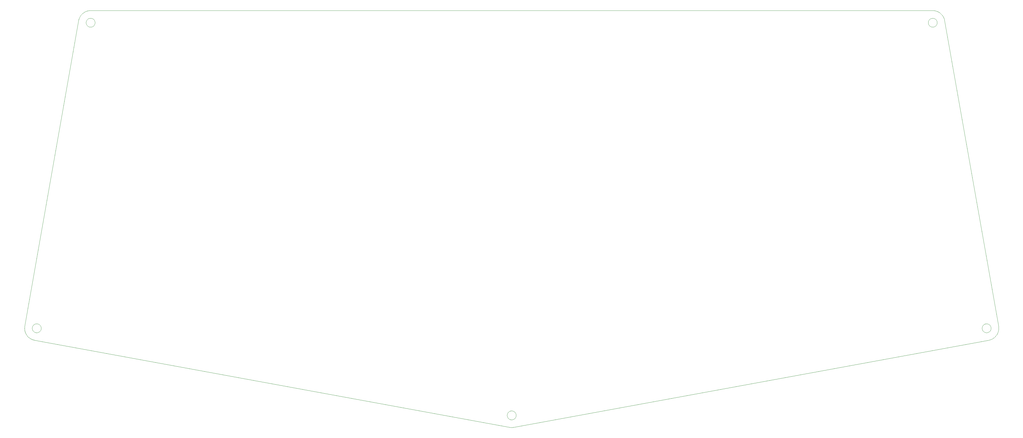
<source format=gbr>
G04 #@! TF.FileFunction,Profile,NP*
%FSLAX46Y46*%
G04 Gerber Fmt 4.6, Leading zero omitted, Abs format (unit mm)*
G04 Created by KiCad (PCBNEW 4.0.7) date 04/14/18 16:40:09*
%MOMM*%
%LPD*%
G01*
G04 APERTURE LIST*
%ADD10C,0.100000*%
G04 APERTURE END LIST*
D10*
X39262000Y-25508340D02*
X39140000Y-25537640D01*
X39386000Y-25482840D02*
X39262000Y-25508340D01*
X39019000Y-25570840D02*
X38899000Y-25607740D01*
X177530000Y-158906140D02*
X177533000Y-158814140D01*
X38899000Y-25607740D02*
X38780000Y-25648440D01*
X39509000Y-25461240D02*
X39386000Y-25482840D01*
X39759000Y-25429740D02*
X39634000Y-25443540D01*
X177602000Y-158450140D02*
X177634000Y-158363140D01*
X179945000Y-160043140D02*
X179872000Y-160100140D01*
X18438000Y-130928040D02*
X18464000Y-131051140D01*
X18604000Y-131533440D02*
X18648000Y-131651040D01*
X41538000Y-29867740D02*
X41506000Y-29954940D01*
X38890000Y-30202320D02*
X38843000Y-30122560D01*
X178912000Y-157434140D02*
X179005000Y-157431140D01*
X23442000Y-131188240D02*
X23377000Y-131253740D01*
X317084600Y-28166540D02*
X317164400Y-28119440D01*
X321638500Y-28057040D02*
X321594100Y-27939440D01*
X337071470Y-129811740D02*
X337091690Y-129902140D01*
X38999000Y-30352160D02*
X38942000Y-30278950D01*
X318151300Y-30860850D02*
X318059800Y-30875340D01*
X317508100Y-27983340D02*
X317598600Y-27963140D01*
X37992000Y-26034640D02*
X37887000Y-26103640D01*
X318884700Y-30487200D02*
X318815200Y-30548480D01*
X335827680Y-128715140D02*
X335919200Y-128729640D01*
X180480000Y-158906140D02*
X180477000Y-158999140D01*
X334449500Y-129311540D02*
X334506300Y-129238340D01*
X18696000Y-131767140D02*
X18748000Y-131881640D01*
X316446300Y-29778740D02*
X316426100Y-29688340D01*
X334633100Y-131253740D02*
X334567580Y-131188240D01*
X318500700Y-25461240D02*
X318376300Y-25443540D01*
X21739000Y-131513140D02*
X21657000Y-131471140D01*
X334167810Y-130178540D02*
X334170710Y-130085940D01*
X338724860Y-132728240D02*
X338803430Y-132630140D01*
X336185790Y-131549940D02*
X336098610Y-131581340D01*
X334193930Y-130454940D02*
X334179440Y-130363440D01*
X320226100Y-26175940D02*
X320123300Y-26103640D01*
X177533000Y-158814140D02*
X177542000Y-158721140D01*
X21739000Y-128843940D02*
X21824000Y-128807140D01*
X316934700Y-30548480D02*
X316865200Y-30487200D01*
X179633000Y-160241140D02*
X179548000Y-160278140D01*
X39768000Y-30840630D02*
X39679000Y-30814780D01*
X178729000Y-157457140D02*
X178820000Y-157443140D01*
X317419200Y-28009140D02*
X317508100Y-27983340D01*
X37887000Y-26103640D02*
X37784000Y-26175940D01*
X336098610Y-128775740D02*
X336185790Y-128807140D01*
X20331000Y-133621540D02*
X20440000Y-133683740D01*
X319323800Y-29135540D02*
X319338300Y-29227140D01*
X180298000Y-158196140D02*
X180340000Y-158278140D01*
X177930000Y-159916140D02*
X177868000Y-159846140D01*
X38706000Y-29778740D02*
X38686000Y-29688340D01*
X38732000Y-29867740D02*
X38706000Y-29778740D01*
X19722000Y-133178940D02*
X19817000Y-133260640D01*
X38764000Y-29954940D02*
X38732000Y-29867740D01*
X36261000Y-28417240D02*
X36231000Y-28539440D01*
X23702000Y-129550540D02*
X23739000Y-129635540D01*
X22644000Y-131627440D02*
X22552000Y-131641940D01*
X336353390Y-128885940D02*
X336433150Y-128933140D01*
X39507000Y-30746590D02*
X39424000Y-30704520D01*
X39634000Y-25443540D02*
X39509000Y-25461240D01*
X177868000Y-157966140D02*
X177930000Y-157897140D01*
X334308190Y-129550540D02*
X334350260Y-129467940D01*
X37397000Y-26496140D02*
X37307000Y-26583540D01*
X39592000Y-30783390D02*
X39507000Y-30746590D01*
X18748000Y-131881640D02*
X18803000Y-131994540D01*
X178377000Y-157572140D02*
X178462000Y-157535140D01*
X41428000Y-28701340D02*
X41470000Y-28783940D01*
X318241800Y-27983340D02*
X318330800Y-28009140D01*
X41328000Y-28544940D02*
X41380000Y-28621640D01*
X41380000Y-28621640D02*
X41428000Y-28701340D01*
X41272000Y-28471740D02*
X41328000Y-28544940D01*
X41210000Y-28402240D02*
X41272000Y-28471740D01*
X18416000Y-129552840D02*
X18399000Y-129677240D01*
X40846000Y-28119440D02*
X40925000Y-28166540D01*
X40763000Y-28077340D02*
X40846000Y-28119440D01*
X41145000Y-28336740D02*
X41210000Y-28402240D01*
X41075000Y-28275440D02*
X41145000Y-28336740D01*
X40925000Y-28166540D02*
X41002000Y-28218640D01*
X41002000Y-28218640D02*
X41075000Y-28275440D01*
X38672000Y-29596840D02*
X38663000Y-29504540D01*
X39884000Y-25419840D02*
X39759000Y-25429740D01*
X18862000Y-132105540D02*
X18924000Y-132214740D01*
X38843000Y-28701340D02*
X38890000Y-28621640D01*
X37135000Y-26766740D02*
X37053000Y-26862240D01*
X179872000Y-157713140D02*
X179945000Y-157770140D01*
X21500000Y-131371840D02*
X21427000Y-131315040D01*
X21251000Y-134019740D02*
X21372000Y-134052840D01*
X22367000Y-128703540D02*
X22460000Y-128706440D01*
X23377000Y-131253740D02*
X23307000Y-131315040D01*
X18369000Y-130304140D02*
X18375000Y-130429740D01*
X319347000Y-29504540D02*
X319338300Y-29596840D01*
X21357000Y-129103340D02*
X21427000Y-129042040D01*
X178820000Y-157443140D02*
X178912000Y-157434140D01*
X20895000Y-130271140D02*
X20892000Y-130178540D01*
X319347000Y-29319340D02*
X319350000Y-29411940D01*
X36899000Y-27060840D02*
X36827000Y-27163640D01*
X334506300Y-129238340D02*
X334567580Y-129168840D01*
X180468000Y-158721140D02*
X180477000Y-158814140D01*
X179381000Y-162889140D02*
X179506000Y-162875140D01*
X179190000Y-157443140D02*
X179281000Y-157457140D01*
X178912000Y-160378140D02*
X178820000Y-160370140D01*
X23660000Y-130889140D02*
X23613000Y-130968840D01*
X336583000Y-129042040D02*
X336652510Y-129103340D01*
X38663000Y-29319340D02*
X38672000Y-29227140D01*
X339262110Y-131881640D02*
X339313820Y-131767140D01*
X319111000Y-25607740D02*
X318990900Y-25570840D01*
X179548000Y-157535140D02*
X179633000Y-157572140D01*
X20551000Y-133742540D02*
X20664000Y-133797840D01*
X335187010Y-128775740D02*
X335276000Y-128749840D01*
X335099820Y-128807140D02*
X335187010Y-128775740D01*
X316402900Y-29504540D02*
X316400000Y-29411940D01*
X316402900Y-29319340D02*
X316411600Y-29227140D01*
X339361920Y-131651040D02*
X339406340Y-131533440D01*
X321439000Y-27596040D02*
X321380200Y-27484940D01*
X335099820Y-131549940D02*
X335014780Y-131513140D01*
X335642800Y-128703540D02*
X335735420Y-128706440D01*
X23613000Y-129388140D02*
X23660000Y-129467940D01*
X318503000Y-30746590D02*
X318417900Y-30783390D01*
X180080000Y-159916140D02*
X180015000Y-159981140D01*
X20779000Y-133849540D02*
X20895000Y-133897640D01*
X337458770Y-133742540D02*
X337569820Y-133683740D01*
X338951120Y-132426840D02*
X339020120Y-132321840D01*
X178638000Y-157478140D02*
X178729000Y-157457140D01*
X21577000Y-131423940D02*
X21500000Y-131371840D01*
X336836100Y-129311540D02*
X336888190Y-129388140D01*
X23504000Y-131118740D02*
X23442000Y-131188240D01*
X321380200Y-27484940D02*
X321317900Y-27375840D01*
X179795000Y-157661140D02*
X179872000Y-157713140D01*
X178629000Y-162889140D02*
X178754000Y-162898140D01*
X178638000Y-160335140D02*
X178549000Y-160309140D01*
X179098000Y-157434140D02*
X179190000Y-157443140D01*
X318741900Y-30605280D02*
X318665300Y-30657350D01*
X40228000Y-27939840D02*
X40320000Y-27948640D01*
X20224000Y-133555840D02*
X20331000Y-133621540D01*
X178138000Y-157713140D02*
X178215000Y-157661140D01*
X338878870Y-132529640D02*
X338951120Y-132426840D01*
X337045620Y-130634340D02*
X337014230Y-130721540D01*
X318503000Y-28077340D02*
X318585500Y-28119440D01*
X23816000Y-130454940D02*
X23796000Y-130545340D01*
X23158000Y-131423940D02*
X23078000Y-131471140D01*
X22091000Y-128729640D02*
X22182000Y-128715140D01*
X338471230Y-133006940D02*
X338558680Y-132916740D01*
X318665300Y-28166540D02*
X318741900Y-28218640D01*
X23234000Y-131371840D02*
X23158000Y-131423940D01*
X335187010Y-131581340D02*
X335099820Y-131549940D01*
X339571960Y-130928040D02*
X339593560Y-130804240D01*
X36464000Y-27823340D02*
X36416000Y-27939440D01*
X335457940Y-128715140D02*
X335550200Y-128706440D01*
X336997750Y-133942040D02*
X337115310Y-133897640D01*
X180408000Y-159362140D02*
X180376000Y-159449140D01*
X178215000Y-157661140D02*
X178294000Y-157614140D01*
X21174000Y-129311540D02*
X21231000Y-129238340D01*
X38780000Y-25648440D02*
X38663000Y-25692840D01*
X23816000Y-129902140D02*
X23831000Y-129993640D01*
X321716100Y-28296040D02*
X321679200Y-28175940D01*
X316503500Y-28869040D02*
X316540300Y-28783940D01*
X178754000Y-162898140D02*
X178879000Y-162904140D01*
X320613100Y-26496140D02*
X320520200Y-26411540D01*
X179098000Y-160378140D02*
X179005000Y-160381140D01*
X320018300Y-26034640D02*
X319911100Y-25969040D01*
X317782300Y-30884050D02*
X317690100Y-30875340D01*
X41598000Y-29227140D02*
X41607000Y-29319340D01*
X334775830Y-128985240D02*
X334852460Y-128933140D01*
X180142000Y-157966140D02*
X180198000Y-158039140D01*
X18369000Y-130052940D02*
X18367000Y-130178540D01*
X316582400Y-28701340D02*
X316629600Y-28621640D01*
X321594100Y-27939440D02*
X321546000Y-27823340D01*
X37219000Y-26673740D02*
X37135000Y-26766740D01*
X336098610Y-131581340D02*
X336009620Y-131607240D01*
X179945000Y-157770140D02*
X180015000Y-157831140D01*
X318330800Y-30814780D02*
X318241800Y-30840630D01*
X19285000Y-132728240D02*
X19367000Y-132823740D01*
X318330800Y-28009140D02*
X318417900Y-28040540D01*
X177995000Y-159981140D02*
X177930000Y-159916140D01*
X21657000Y-131471140D02*
X21577000Y-131423940D01*
X39950000Y-27948640D02*
X40042000Y-27939840D01*
X334775830Y-131371840D02*
X334702600Y-131315040D01*
X20664000Y-133797840D02*
X20779000Y-133849540D01*
X316629600Y-30202320D02*
X316582400Y-30122560D01*
X40042000Y-27939840D02*
X40135000Y-27936940D01*
X180298000Y-159617140D02*
X180250000Y-159697140D01*
X320957000Y-26862240D02*
X320875400Y-26766740D01*
X18375000Y-129927340D02*
X18369000Y-130052940D01*
X22910000Y-128807140D02*
X22995000Y-128843940D01*
X21231000Y-131118740D02*
X21174000Y-131045540D01*
X18493000Y-131173340D02*
X18526000Y-131294540D01*
X180198000Y-159773140D02*
X180142000Y-159846140D01*
X18399000Y-129677240D02*
X18385000Y-129802140D01*
X21131000Y-133982740D02*
X21251000Y-134019740D01*
X317164400Y-30704520D02*
X317084600Y-30657350D01*
X179131000Y-162904140D02*
X179256000Y-162898140D01*
X22182000Y-128715140D02*
X22275000Y-128706440D01*
X21075000Y-130889140D02*
X21033000Y-130806540D01*
X334170710Y-130085940D02*
X334179440Y-129993640D01*
X336888190Y-130968840D02*
X336836100Y-131045540D01*
X22275000Y-131650640D02*
X22182000Y-131641940D01*
X319690900Y-25847940D02*
X319578100Y-25792640D01*
X179461000Y-157503140D02*
X179548000Y-157535140D01*
X336718030Y-131188240D02*
X336652510Y-131253740D01*
X38546000Y-25740940D02*
X38432000Y-25792640D01*
X337014230Y-130721540D02*
X336977430Y-130806540D01*
X178294000Y-160199140D02*
X178215000Y-160152140D01*
X22000000Y-128749840D02*
X22091000Y-128729640D01*
X23504000Y-129238340D02*
X23560000Y-129311540D01*
X335457940Y-131641940D02*
X335366420Y-131627440D01*
X319578100Y-25792640D02*
X319463500Y-25740940D01*
X22552000Y-131641940D02*
X22460000Y-131650640D01*
X18648000Y-131651040D02*
X18696000Y-131767140D01*
X320790800Y-26673740D02*
X320703400Y-26583540D01*
X180015000Y-157831140D02*
X180080000Y-157897140D01*
X38672000Y-29227140D02*
X38686000Y-29135540D01*
X317508100Y-30840630D02*
X317419200Y-30814780D01*
X21372000Y-134052840D02*
X21495000Y-134082240D01*
X22091000Y-131627440D02*
X22000000Y-131607240D01*
X22275000Y-128706440D02*
X22367000Y-128703540D01*
X23560000Y-131045540D02*
X23504000Y-131118740D01*
X41607000Y-29504540D02*
X41598000Y-29596840D01*
X36372000Y-28057040D02*
X36331000Y-28175940D01*
X22823000Y-128775740D02*
X22910000Y-128807140D01*
X338192500Y-133260640D02*
X338288050Y-133178940D01*
X38432000Y-25792640D02*
X38319000Y-25847940D01*
X337114890Y-130085940D02*
X337117810Y-130178540D01*
X37784000Y-26175940D02*
X37683000Y-26251340D01*
X336977430Y-130806540D02*
X336935360Y-130889140D01*
X19629000Y-133094440D02*
X19722000Y-133178940D01*
X38099000Y-25969040D02*
X37992000Y-26034640D01*
X317598600Y-27963140D02*
X317690100Y-27948640D01*
X180340000Y-158278140D02*
X180376000Y-158363140D01*
X179872000Y-160100140D02*
X179795000Y-160152140D01*
X21495000Y-134082240D02*
X21618000Y-134107640D01*
X21657000Y-128885940D02*
X21739000Y-128843940D01*
X180015000Y-159981140D02*
X179945000Y-160043140D01*
X336779310Y-129238340D02*
X336836100Y-129311540D01*
X37683000Y-26251340D02*
X37585000Y-26329940D01*
X178215000Y-160152140D02*
X178138000Y-160100140D01*
X38800000Y-28783940D02*
X38843000Y-28701340D01*
X319347500Y-25692840D02*
X319229900Y-25648440D01*
X21577000Y-128933140D02*
X21657000Y-128885940D01*
X23770000Y-129722740D02*
X23796000Y-129811740D01*
X316411600Y-29596840D02*
X316402900Y-29504540D01*
X334567580Y-131188240D02*
X334506300Y-131118740D01*
X316411600Y-29227140D02*
X316426100Y-29135540D01*
X316446300Y-29045140D02*
X316472100Y-28956140D01*
X335014780Y-128843940D02*
X335099820Y-128807140D01*
X178504000Y-162875140D02*
X178629000Y-162889140D01*
X36571000Y-27596040D02*
X36516000Y-27708840D01*
X319323800Y-29688340D02*
X319303600Y-29778740D01*
X36294000Y-28296040D02*
X36261000Y-28417240D01*
X334932220Y-128885940D02*
X335014780Y-128843940D01*
X316400000Y-29411940D02*
X316402900Y-29319340D01*
X318869700Y-25537640D02*
X318747500Y-25508340D01*
X318241800Y-30840630D02*
X318151300Y-30860850D01*
X18385000Y-129802140D02*
X18375000Y-129927340D01*
X321494300Y-27708840D02*
X321439000Y-27596040D01*
X178729000Y-160355140D02*
X178638000Y-160335140D01*
X178879000Y-162904140D02*
X179005000Y-162906140D01*
X318417900Y-30783390D02*
X318330800Y-30814780D01*
X178294000Y-157614140D02*
X178377000Y-157572140D01*
X20895000Y-130085940D02*
X20904000Y-129993640D01*
X36231000Y-28539440D02*
X36206000Y-28662440D01*
X39195000Y-28275440D02*
X39268000Y-28218640D01*
X316738400Y-28471740D02*
X316799700Y-28402240D01*
X319911100Y-25969040D02*
X319802000Y-25906740D01*
X38706000Y-29045140D02*
X38732000Y-28956140D01*
X39268000Y-28218640D02*
X39345000Y-28166540D01*
X21824000Y-128807140D02*
X21911000Y-128775740D01*
X334852460Y-128933140D02*
X334932220Y-128885940D01*
X336836100Y-131045540D02*
X336779310Y-131118740D01*
X338288050Y-133178940D02*
X338380990Y-133094440D01*
X178462000Y-160278140D02*
X178377000Y-160241140D01*
X339642800Y-130178540D02*
X339640830Y-130052940D01*
X38764000Y-28869040D02*
X38800000Y-28783940D01*
X321778600Y-28539440D02*
X321749300Y-28417240D01*
X334506300Y-131118740D02*
X334449500Y-131045540D01*
X20964000Y-130634340D02*
X20939000Y-130545340D01*
X335014780Y-131513140D02*
X334932220Y-131471140D01*
X318059800Y-30875340D02*
X317967600Y-30884050D01*
X318059800Y-27948640D02*
X318151300Y-27963140D01*
X321252300Y-27268640D02*
X321183300Y-27163640D01*
X23842000Y-130178540D02*
X23839000Y-130271140D01*
X337091690Y-130454940D02*
X337071470Y-130545340D01*
X317967600Y-27939840D02*
X318059800Y-27948640D01*
X337345930Y-133797840D02*
X337458770Y-133742540D01*
X18385000Y-130554940D02*
X18399000Y-130679840D01*
X39060000Y-28402240D02*
X39125000Y-28336740D01*
X180080000Y-157897140D02*
X180142000Y-157966140D01*
X317246900Y-30746590D02*
X317164400Y-30704520D01*
X179005000Y-160381140D02*
X178912000Y-160378140D01*
X179256000Y-162898140D02*
X179381000Y-162889140D01*
X18375000Y-130429740D02*
X18385000Y-130554940D01*
X18399000Y-130679840D02*
X18416000Y-130804240D01*
X179461000Y-160309140D02*
X179372000Y-160335140D01*
X180408000Y-158450140D02*
X180434000Y-158539140D01*
X339085780Y-132214740D02*
X339148040Y-132105540D01*
X319011500Y-30352160D02*
X318950200Y-30421680D01*
X318585500Y-30704520D02*
X318503000Y-30746590D01*
X20996000Y-130721540D02*
X20964000Y-130634340D01*
X338558680Y-132916740D02*
X338643240Y-132823740D01*
X180454000Y-159183140D02*
X180434000Y-159273140D01*
X20939000Y-130545340D02*
X20918000Y-130454940D01*
X316865200Y-30487200D02*
X316799700Y-30421680D01*
X21618000Y-134107640D02*
X178255000Y-162835140D01*
X21357000Y-131253740D02*
X21292000Y-131188240D01*
X339483970Y-131294540D02*
X339517150Y-131173340D01*
X334271390Y-130721540D02*
X334240000Y-130634340D01*
X339611260Y-130679840D02*
X339625060Y-130554940D01*
X316934700Y-28275440D02*
X317008000Y-28218640D01*
X22734000Y-128749840D02*
X22823000Y-128775740D01*
X23739000Y-129635540D02*
X23770000Y-129722740D01*
X21824000Y-131549940D02*
X21739000Y-131513140D01*
X334170710Y-130271140D02*
X334167810Y-130178540D01*
X316540300Y-28783940D02*
X316582400Y-28701340D01*
X337115310Y-133897640D02*
X337231390Y-133849540D01*
X335550200Y-128706440D02*
X335642800Y-128703540D01*
X339406340Y-131533440D02*
X339447030Y-131414640D01*
X38208000Y-25906740D02*
X38099000Y-25969040D01*
X36516000Y-27708840D02*
X36464000Y-27823340D01*
X180376000Y-158363140D02*
X180408000Y-158450140D01*
X23078000Y-128885940D02*
X23158000Y-128933140D01*
X23839000Y-130271140D02*
X23831000Y-130363440D01*
X321317900Y-27375840D02*
X321252300Y-27268640D01*
X318251400Y-25429740D02*
X318126100Y-25419840D01*
X179755000Y-162835140D02*
X336392330Y-134107640D01*
X317967600Y-30884050D02*
X317874900Y-30886970D01*
X38732000Y-28956140D02*
X38764000Y-28869040D01*
X337891140Y-133486840D02*
X337993950Y-133414640D01*
X39125000Y-28336740D02*
X39195000Y-28275440D01*
X334449500Y-131045540D02*
X334397430Y-130968840D01*
X18526000Y-131294540D02*
X18563000Y-131414640D01*
X336353390Y-131471140D02*
X336270820Y-131513140D01*
X321183300Y-27163640D02*
X321111000Y-27060840D01*
X316503500Y-29954940D02*
X316472100Y-29867740D01*
X318950200Y-30421680D02*
X318884700Y-30487200D01*
X334567580Y-129168840D02*
X334633100Y-129103340D01*
X20996000Y-129635540D02*
X21033000Y-129550540D01*
X320520200Y-26411540D02*
X320424600Y-26329940D01*
X316681700Y-30278950D02*
X316629600Y-30202320D01*
X178549000Y-160309140D02*
X178462000Y-160278140D01*
X334214150Y-129811740D02*
X334240000Y-129722740D01*
X335919200Y-128729640D02*
X336009620Y-128749840D01*
X335642800Y-131653540D02*
X335550200Y-131650640D01*
X316738400Y-30352160D02*
X316681700Y-30278950D01*
X336637570Y-134052840D02*
X336758770Y-134019740D01*
X339313820Y-131767140D02*
X339361920Y-131651040D01*
X337993950Y-133414640D02*
X338094430Y-133339140D01*
X18367000Y-130178540D02*
X18369000Y-130304140D01*
X319338300Y-29596840D02*
X319323800Y-29688340D01*
X180434000Y-159273140D02*
X180408000Y-159362140D01*
X178255000Y-162835140D02*
X178379000Y-162857140D01*
X318747500Y-25508340D02*
X318624500Y-25482840D01*
X36630000Y-27484940D02*
X36571000Y-27596040D01*
X21122000Y-130968840D02*
X21075000Y-130889140D01*
X179631000Y-162857140D02*
X179755000Y-162835140D01*
X318815200Y-28275440D02*
X318884700Y-28336740D01*
X178462000Y-157535140D02*
X178549000Y-157503140D01*
X339634910Y-129927340D02*
X339625060Y-129802140D01*
X319229900Y-25648440D02*
X319111000Y-25607740D01*
X317008000Y-28218640D02*
X317084600Y-28166540D01*
X22460000Y-131650640D02*
X22367000Y-131653540D01*
X21174000Y-131045540D02*
X21122000Y-130968840D01*
X316426100Y-29135540D02*
X316446300Y-29045140D01*
X21427000Y-129042040D02*
X21500000Y-128985240D01*
X21292000Y-129168840D02*
X21357000Y-129103340D01*
X177533000Y-158999140D02*
X177530000Y-158906140D01*
X179795000Y-160152140D02*
X179716000Y-160199140D01*
X335550200Y-131650640D02*
X335457940Y-131641940D01*
X179716000Y-157614140D02*
X179795000Y-157661140D01*
X20895000Y-133897640D02*
X21012000Y-133942040D01*
X316629600Y-28621640D02*
X316681700Y-28544940D01*
X23377000Y-129103340D02*
X23442000Y-129168840D01*
X339447030Y-131414640D02*
X339483970Y-131294540D01*
X336509790Y-131371840D02*
X336433150Y-131423940D01*
X335827680Y-131641940D02*
X335735420Y-131650640D01*
X317084600Y-30657350D02*
X317008000Y-30605280D01*
X39140000Y-25537640D02*
X39019000Y-25570840D01*
X339611260Y-129677240D02*
X339593560Y-129552840D01*
X179190000Y-160370140D02*
X179098000Y-160378140D01*
X178379000Y-162857140D02*
X178504000Y-162875140D01*
X316681700Y-28544940D02*
X316738400Y-28471740D01*
X22460000Y-128706440D02*
X22552000Y-128715140D01*
X336878870Y-133982740D02*
X336997750Y-133942040D01*
X318151300Y-27963140D02*
X318241800Y-27983340D01*
X318624500Y-25482840D02*
X318500700Y-25461240D01*
X318417900Y-28040540D02*
X318503000Y-28077340D01*
X318815200Y-30548480D02*
X318741900Y-30605280D01*
X339546470Y-131051140D02*
X339571960Y-130928040D01*
X180477000Y-158814140D02*
X180480000Y-158906140D01*
X318000600Y-25413940D02*
X317874900Y-25411940D01*
X38319000Y-25847940D02*
X38208000Y-25906740D01*
X22734000Y-131607240D02*
X22644000Y-131627440D01*
X19916000Y-133339140D02*
X20016000Y-133414640D01*
X319338300Y-29227140D02*
X319347000Y-29319340D01*
X334633100Y-129103340D02*
X334702600Y-129042040D01*
X317332000Y-30783390D02*
X317246900Y-30746590D01*
X316540300Y-30040000D02*
X316503500Y-29954940D01*
X336935360Y-129467940D02*
X336977430Y-129550540D01*
X21292000Y-131188240D02*
X21231000Y-131118740D01*
X178549000Y-157503140D02*
X178638000Y-157478140D01*
X38999000Y-28471740D02*
X39060000Y-28402240D01*
X319120300Y-30202320D02*
X319068300Y-30278950D01*
X18803000Y-131994540D02*
X18862000Y-132105540D01*
X337786110Y-133555840D02*
X337891140Y-133486840D01*
X180477000Y-158999140D02*
X180468000Y-159091140D01*
X335276000Y-128749840D02*
X335366420Y-128729640D01*
X316582400Y-30122560D02*
X316540300Y-30040000D01*
X177576000Y-158539140D02*
X177602000Y-158450140D01*
X317690100Y-27948640D02*
X317782300Y-27939840D01*
X37053000Y-26862240D02*
X36974000Y-26960340D01*
X318990900Y-25570840D02*
X318869700Y-25537640D01*
X23560000Y-129311540D02*
X23613000Y-129388140D01*
X317246900Y-28077340D02*
X317332000Y-28040540D01*
X321035600Y-26960340D02*
X320957000Y-26862240D01*
X339148040Y-132105540D02*
X339206830Y-131994540D01*
X319068300Y-28544940D02*
X319120300Y-28621640D01*
X316472100Y-29867740D02*
X316446300Y-29778740D01*
X317164400Y-28119440D02*
X317246900Y-28077340D01*
X23796000Y-130545340D02*
X23770000Y-130634340D01*
X23796000Y-129811740D02*
X23816000Y-129902140D01*
X337569820Y-133683740D02*
X337678970Y-133621540D01*
X180250000Y-158116140D02*
X180298000Y-158196140D01*
X317874900Y-30886970D02*
X317782300Y-30884050D01*
X321679200Y-28175940D02*
X321638500Y-28057040D01*
X180376000Y-159449140D02*
X180340000Y-159534140D01*
X339625060Y-129802140D02*
X339611260Y-129677240D01*
X23739000Y-130721540D02*
X23702000Y-130806540D01*
X318126100Y-25419840D02*
X318000600Y-25413940D01*
X334702600Y-129042040D02*
X334775830Y-128985240D01*
X320875400Y-26766740D02*
X320790800Y-26673740D01*
X179281000Y-160355140D02*
X179190000Y-160370140D01*
X23307000Y-129042040D02*
X23377000Y-129103340D01*
X38663000Y-29504540D02*
X38660000Y-29411940D01*
X319277800Y-29867740D02*
X319246400Y-29954940D01*
X36331000Y-28175940D02*
X36294000Y-28296040D01*
X334932220Y-131471140D02*
X334852460Y-131423940D01*
X178065000Y-160043140D02*
X177995000Y-159981140D01*
X38942000Y-28544940D02*
X38999000Y-28471740D01*
X317874900Y-27936940D02*
X317967600Y-27939840D01*
X23613000Y-130968840D02*
X23560000Y-131045540D01*
X337117810Y-130178540D02*
X337114890Y-130271140D01*
X21012000Y-133942040D02*
X21131000Y-133982740D01*
X179633000Y-157572140D02*
X179716000Y-157614140D01*
X319246400Y-29954940D02*
X319209600Y-30040000D01*
X336433150Y-131423940D02*
X336353390Y-131471140D01*
X179372000Y-157478140D02*
X179461000Y-157503140D01*
X337678970Y-133621540D02*
X337786110Y-133555840D01*
X39345000Y-28166540D02*
X39424000Y-28119440D01*
X41607000Y-29319340D02*
X41610000Y-29411940D01*
X20119000Y-133486840D02*
X20224000Y-133555840D01*
X21500000Y-128985240D02*
X21577000Y-128933140D01*
X177556000Y-158630140D02*
X177576000Y-158539140D01*
X337106180Y-129993640D02*
X337114890Y-130085940D01*
X317690100Y-30875340D02*
X317598600Y-30860850D01*
X319303600Y-29778740D02*
X319277800Y-29867740D01*
X36416000Y-27939440D02*
X36372000Y-28057040D01*
X319463500Y-25740940D02*
X319347500Y-25692840D01*
X335919200Y-131627440D02*
X335827680Y-131641940D01*
X339593560Y-129552840D02*
X321804100Y-28662440D01*
X339020120Y-132321840D02*
X339085780Y-132214740D01*
X321804100Y-28662440D02*
X321778600Y-28539440D01*
X21033000Y-130806540D02*
X20996000Y-130721540D01*
X335735420Y-128706440D02*
X335827680Y-128715140D01*
X179005000Y-162906140D02*
X179131000Y-162904140D01*
X37307000Y-26583540D02*
X37219000Y-26673740D01*
X337091690Y-129902140D02*
X337106180Y-129993640D01*
X321749300Y-28417240D02*
X321716100Y-28296040D01*
X38890000Y-28621640D02*
X38942000Y-28544940D01*
X40135000Y-25411940D02*
X40009000Y-25413940D01*
X318665300Y-30657350D02*
X318585500Y-30704520D01*
X22910000Y-131549940D02*
X22823000Y-131581340D01*
X41380000Y-30202320D02*
X41328000Y-30278950D01*
X39268000Y-30605280D02*
X39195000Y-30548480D01*
X39424000Y-30704520D02*
X39345000Y-30657350D01*
X22995000Y-131513140D02*
X22910000Y-131549940D01*
X39507000Y-28077340D02*
X39592000Y-28040540D01*
X22367000Y-131653540D02*
X22275000Y-131650640D01*
X336888190Y-129388140D02*
X336935360Y-129467940D01*
X20904000Y-130363440D02*
X20895000Y-130271140D01*
X23078000Y-131471140D02*
X22995000Y-131513140D01*
X22552000Y-128715140D02*
X22644000Y-128729640D01*
X319246400Y-28869040D02*
X319277800Y-28956140D01*
X21033000Y-129550540D02*
X21075000Y-129467940D01*
X18924000Y-132214740D02*
X18990000Y-132321840D01*
X334350260Y-129467940D02*
X334397430Y-129388140D01*
X336509790Y-128985240D02*
X336583000Y-129042040D01*
X336185790Y-128807140D02*
X336270820Y-128843940D01*
X336270820Y-128843940D02*
X336353390Y-128885940D01*
X338643240Y-132823740D02*
X338724860Y-132728240D01*
X319167500Y-28701340D02*
X319209600Y-28783940D01*
X336433150Y-128933140D02*
X336509790Y-128985240D01*
X23831000Y-130363440D02*
X23816000Y-130454940D01*
X23839000Y-130085940D02*
X23842000Y-130178540D01*
X19539000Y-133006940D02*
X19629000Y-133094440D01*
X334193930Y-129902140D02*
X334214150Y-129811740D01*
X40135000Y-27936940D02*
X40228000Y-27939840D01*
X319209600Y-30040000D02*
X319167500Y-30122560D01*
X41584000Y-29135540D02*
X41598000Y-29227140D01*
X177930000Y-157897140D02*
X177995000Y-157831140D01*
X23702000Y-130806540D02*
X23660000Y-130889140D01*
X319167500Y-30122560D02*
X319120300Y-30202320D01*
X40320000Y-27948640D02*
X40411000Y-27963140D01*
X336652510Y-129103340D02*
X336718030Y-129168840D01*
X19207000Y-132630140D02*
X19285000Y-132728240D01*
X316799700Y-28402240D02*
X316865200Y-28336740D01*
X37585000Y-26329940D02*
X37490000Y-26411540D01*
X41470000Y-28783940D02*
X41506000Y-28869040D01*
X38942000Y-30278950D02*
X38890000Y-30202320D01*
X339634910Y-130429740D02*
X339640830Y-130304140D01*
X41564000Y-29778740D02*
X41538000Y-29867740D01*
X334852460Y-131423940D02*
X334775830Y-131371840D01*
X39060000Y-30421680D02*
X38999000Y-30352160D01*
X317332000Y-28040540D02*
X317419200Y-28009140D01*
X23158000Y-128933140D02*
X23234000Y-128985240D01*
X40042000Y-30884050D02*
X39950000Y-30875340D01*
X40411000Y-27963140D02*
X40502000Y-27983340D01*
X38686000Y-29688340D02*
X38672000Y-29596840D01*
X39859000Y-30860850D02*
X39768000Y-30840630D01*
X39859000Y-27963140D02*
X39950000Y-27948640D01*
X38686000Y-29135540D02*
X38706000Y-29045140D01*
X319277800Y-28956140D02*
X319303600Y-29045140D01*
X177602000Y-159362140D02*
X177576000Y-159273140D01*
X19817000Y-133260640D02*
X19916000Y-133339140D01*
X319303600Y-29045140D02*
X319323800Y-29135540D01*
X19059000Y-132426840D02*
X19131000Y-132529640D01*
X177556000Y-159183140D02*
X177542000Y-159091140D01*
X38663000Y-25692840D02*
X38546000Y-25740940D01*
X337045620Y-129722740D02*
X337071470Y-129811740D01*
X40763000Y-30746590D02*
X40678000Y-30783390D01*
X36206000Y-28662440D02*
X18416000Y-129552840D01*
X40678000Y-30783390D02*
X40591000Y-30814780D01*
X19451000Y-132916740D02*
X19539000Y-133006940D01*
X19367000Y-132823740D02*
X19451000Y-132916740D01*
X177542000Y-158721140D02*
X177556000Y-158630140D01*
X41564000Y-29045140D02*
X41584000Y-29135540D01*
X177670000Y-159534140D02*
X177634000Y-159449140D01*
X319120300Y-28621640D02*
X319167500Y-28701340D01*
X178065000Y-157770140D02*
X178138000Y-157713140D01*
X21122000Y-129388140D02*
X21174000Y-129311540D01*
X321111000Y-27060840D02*
X321035600Y-26960340D01*
X177995000Y-157831140D02*
X178065000Y-157770140D01*
X21075000Y-129467940D02*
X21122000Y-129388140D01*
X37490000Y-26411540D02*
X37397000Y-26496140D01*
X320424600Y-26329940D02*
X320326600Y-26251340D01*
X20964000Y-129722740D02*
X20996000Y-129635540D01*
X334397430Y-129388140D02*
X334449500Y-129311540D01*
X178138000Y-160100140D02*
X178065000Y-160043140D01*
X41428000Y-30122560D02*
X41380000Y-30202320D01*
X40502000Y-30840630D02*
X40411000Y-30860850D01*
X41210000Y-30421680D02*
X41145000Y-30487200D01*
X40846000Y-30704520D02*
X40763000Y-30746590D01*
X41328000Y-30278950D02*
X41272000Y-30352160D01*
X40411000Y-30860850D02*
X40320000Y-30875340D01*
X41610000Y-29411940D02*
X41607000Y-29504540D01*
X39950000Y-30875340D02*
X39859000Y-30860850D01*
X41075000Y-30548480D02*
X41002000Y-30605280D01*
X18990000Y-132321840D02*
X19059000Y-132426840D01*
X41598000Y-29596840D02*
X41584000Y-29688340D01*
X334214150Y-130545340D02*
X334193930Y-130454940D01*
X177760000Y-159697140D02*
X177712000Y-159617140D01*
X318741900Y-28218640D02*
X318815200Y-28275440D01*
X20939000Y-129811740D02*
X20964000Y-129722740D01*
X318950200Y-28402240D02*
X319011500Y-28471740D01*
X318585500Y-28119440D02*
X318665300Y-28166540D01*
X180142000Y-159846140D02*
X180080000Y-159916140D01*
X41506000Y-28869040D02*
X41538000Y-28956140D01*
X177868000Y-159846140D02*
X177812000Y-159773140D01*
X41272000Y-30352160D02*
X41210000Y-30421680D01*
X177634000Y-158363140D02*
X177670000Y-158278140D01*
X41145000Y-30487200D02*
X41075000Y-30548480D01*
X23660000Y-129467940D02*
X23702000Y-129550540D01*
X40009000Y-25413940D02*
X39884000Y-25419840D01*
X335366420Y-131627440D02*
X335276000Y-131607240D01*
X22823000Y-131581340D02*
X22734000Y-131607240D01*
X20016000Y-133414640D02*
X20119000Y-133486840D01*
X316865200Y-28336740D02*
X316934700Y-28275440D01*
X179506000Y-162875140D02*
X179631000Y-162857140D01*
X336779310Y-131118740D02*
X336718030Y-131188240D01*
X335735420Y-131650640D02*
X335642800Y-131653540D01*
X39768000Y-27983340D02*
X39859000Y-27963140D01*
X336652510Y-131253740D02*
X336583000Y-131315040D01*
X41584000Y-29688340D02*
X41564000Y-29778740D01*
X40678000Y-28040540D02*
X40763000Y-28077340D01*
X21911000Y-128775740D02*
X22000000Y-128749840D01*
X177812000Y-158039140D02*
X177868000Y-157966140D01*
X334271390Y-129635540D02*
X334308190Y-129550540D01*
X22995000Y-128843940D02*
X23078000Y-128885940D01*
X339625060Y-130554940D02*
X339634910Y-130429740D01*
X317008000Y-30605280D02*
X316934700Y-30548480D01*
X179716000Y-160199140D02*
X179633000Y-160241140D01*
X179281000Y-157457140D02*
X179372000Y-157478140D01*
X179372000Y-160335140D02*
X179281000Y-160355140D01*
X337114890Y-130271140D02*
X337106180Y-130363440D01*
X180340000Y-159534140D02*
X180298000Y-159617140D01*
X339640830Y-130304140D02*
X339642800Y-130178540D01*
X321546000Y-27823340D02*
X321494300Y-27708840D01*
X23442000Y-129168840D02*
X23504000Y-129238340D01*
X21427000Y-131315040D02*
X21357000Y-131253740D01*
X334350260Y-130889140D02*
X334308190Y-130806540D01*
X316426100Y-29688340D02*
X316411600Y-29596840D01*
X337071470Y-130545340D02*
X337045620Y-130634340D01*
X36827000Y-27163640D02*
X36758000Y-27268640D01*
X339517150Y-131173340D02*
X339546470Y-131051140D01*
X317874900Y-25411940D02*
X40135000Y-25411940D01*
X18416000Y-130804240D02*
X18438000Y-130928040D01*
X337231390Y-133849540D02*
X337345930Y-133797840D01*
X320703400Y-26583540D02*
X320613100Y-26496140D01*
X180434000Y-158539140D02*
X180454000Y-158630140D01*
X23770000Y-130634340D02*
X23739000Y-130721540D01*
X320123300Y-26103640D02*
X320018300Y-26034640D01*
X316799700Y-30421680D02*
X316738400Y-30352160D01*
X338803430Y-132630140D02*
X338878870Y-132529640D01*
X317598600Y-30860850D02*
X317508100Y-30840630D01*
X336270820Y-131513140D02*
X336185790Y-131549940D01*
X334308190Y-130806540D02*
X334271390Y-130721540D01*
X18563000Y-131414640D02*
X18604000Y-131533440D01*
X179548000Y-160278140D02*
X179461000Y-160309140D01*
X334702600Y-131315040D02*
X334633100Y-131253740D01*
X318376300Y-25443540D02*
X318251400Y-25429740D01*
X336515380Y-134082240D02*
X336637570Y-134052840D01*
X334397430Y-130968840D02*
X334350260Y-130889140D01*
X338094430Y-133339140D02*
X338192500Y-133260640D01*
X180468000Y-159091140D02*
X180454000Y-159183140D01*
X336009620Y-131607240D02*
X335919200Y-131627440D01*
X21911000Y-131581340D02*
X21824000Y-131549940D01*
X20440000Y-133683740D02*
X20551000Y-133742540D01*
X320326600Y-26251340D02*
X320226100Y-26175940D01*
X319802000Y-25906740D02*
X319690900Y-25847940D01*
X336392330Y-134107640D02*
X336515380Y-134082240D01*
X336758770Y-134019740D02*
X336878870Y-133982740D01*
X334179440Y-130363440D02*
X334170710Y-130271140D01*
X177712000Y-158196140D02*
X177760000Y-158116140D01*
X319011500Y-28471740D02*
X319068300Y-28544940D01*
X337106180Y-130363440D02*
X337091690Y-130454940D01*
X319209600Y-28783940D02*
X319246400Y-28869040D01*
X335366420Y-128729640D02*
X335457940Y-128715140D01*
X36758000Y-27268640D02*
X36692000Y-27375840D01*
X177760000Y-158116140D02*
X177812000Y-158039140D01*
X334240000Y-129722740D02*
X334271390Y-129635540D01*
X334179440Y-129993640D02*
X334193930Y-129902140D01*
X177542000Y-159091140D02*
X177533000Y-158999140D01*
X39345000Y-30657350D02*
X39268000Y-30605280D01*
X39424000Y-28119440D02*
X39507000Y-28077340D01*
X39679000Y-28009140D02*
X39768000Y-27983340D01*
X40502000Y-27983340D02*
X40591000Y-28009140D01*
X41470000Y-30040000D02*
X41428000Y-30122560D01*
X41506000Y-29954940D02*
X41470000Y-30040000D01*
X180454000Y-158630140D02*
X180468000Y-158721140D01*
X38660000Y-29411940D02*
X38663000Y-29319340D01*
X178377000Y-160241140D02*
X178294000Y-160199140D01*
X336583000Y-131315040D02*
X336509790Y-131371840D01*
X23831000Y-129993640D02*
X23839000Y-130085940D01*
X23234000Y-128985240D02*
X23307000Y-129042040D01*
X179005000Y-157431140D02*
X179098000Y-157434140D01*
X180198000Y-158039140D02*
X180250000Y-158116140D01*
X339593560Y-130804240D02*
X339611260Y-130679840D01*
X317419200Y-30814780D02*
X317332000Y-30783390D01*
X18464000Y-131051140D02*
X18493000Y-131173340D01*
X316472100Y-28956140D02*
X316503500Y-28869040D01*
X22182000Y-131641940D02*
X22091000Y-131627440D01*
X336718030Y-129168840D02*
X336779310Y-129238340D01*
X23307000Y-131315040D02*
X23234000Y-131371840D01*
X335276000Y-131607240D02*
X335187010Y-131581340D01*
X336935360Y-130889140D02*
X336888190Y-130968840D01*
X178820000Y-160370140D02*
X178729000Y-160355140D01*
X180250000Y-159697140D02*
X180198000Y-159773140D01*
X20892000Y-130178540D02*
X20895000Y-130085940D01*
X20918000Y-130454940D02*
X20904000Y-130363440D01*
X339640830Y-130052940D02*
X339634910Y-129927340D01*
X22644000Y-128729640D02*
X22734000Y-128749840D01*
X36692000Y-27375840D02*
X36630000Y-27484940D01*
X319350000Y-29411940D02*
X319347000Y-29504540D01*
X338380990Y-133094440D02*
X338471230Y-133006940D01*
X36974000Y-26960340D02*
X36899000Y-27060840D01*
X336977430Y-129550540D02*
X337014230Y-129635540D01*
X337014230Y-129635540D02*
X337045620Y-129722740D01*
X317782300Y-27939840D02*
X317874900Y-27936940D01*
X339206830Y-131994540D02*
X339262110Y-131881640D01*
X177812000Y-159773140D02*
X177760000Y-159697140D01*
X334240000Y-130634340D02*
X334214150Y-130545340D01*
X318884700Y-28336740D02*
X318950200Y-28402240D01*
X41002000Y-30605280D02*
X40925000Y-30657350D01*
X40925000Y-30657350D02*
X40846000Y-30704520D01*
X41538000Y-28956140D02*
X41564000Y-29045140D01*
X177634000Y-159449140D02*
X177602000Y-159362140D01*
X319068300Y-30278950D02*
X319011500Y-30352160D01*
X177576000Y-159273140D02*
X177556000Y-159183140D01*
X40228000Y-30884050D02*
X40135000Y-30886970D01*
X39679000Y-30814780D02*
X39592000Y-30783390D01*
X40135000Y-30886970D02*
X40042000Y-30884050D01*
X40591000Y-30814780D02*
X40502000Y-30840630D01*
X40320000Y-30875340D02*
X40228000Y-30884050D01*
X336009620Y-128749840D02*
X336098610Y-128775740D01*
X19131000Y-132529640D02*
X19207000Y-132630140D01*
X177670000Y-158278140D02*
X177712000Y-158196140D01*
X177712000Y-159617140D02*
X177670000Y-159534140D01*
X39125000Y-30487200D02*
X39060000Y-30421680D01*
X22000000Y-131607240D02*
X21911000Y-131581340D01*
X40591000Y-28009140D02*
X40678000Y-28040540D01*
X39195000Y-30548480D02*
X39125000Y-30487200D01*
X39592000Y-28040540D02*
X39679000Y-28009140D01*
X20918000Y-129902140D02*
X20939000Y-129811740D01*
X38843000Y-30122560D02*
X38800000Y-30040000D01*
X21231000Y-129238340D02*
X21292000Y-129168840D01*
X20904000Y-129993640D02*
X20918000Y-129902140D01*
X38800000Y-30040000D02*
X38764000Y-29954940D01*
M02*

</source>
